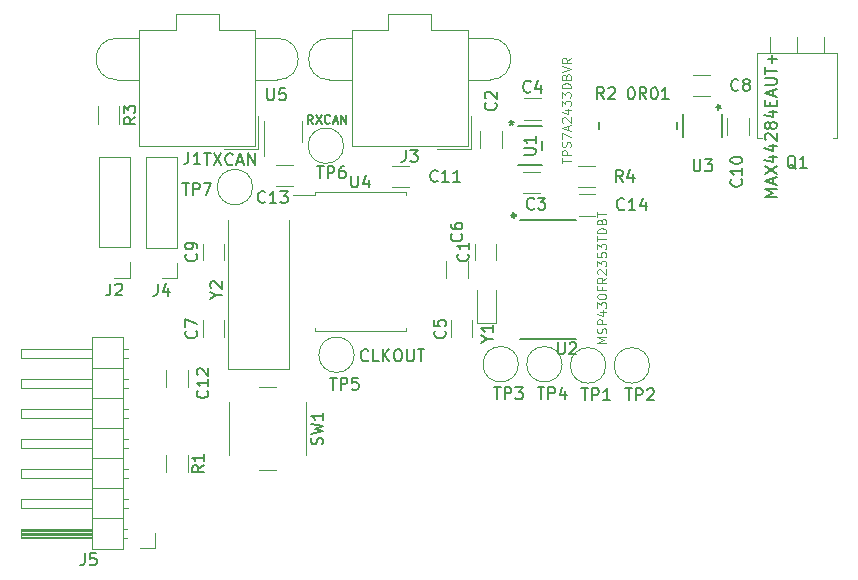
<source format=gbr>
%TF.GenerationSoftware,KiCad,Pcbnew,(5.1.9)-1*%
%TF.CreationDate,2021-05-20T13:00:32+02:00*%
%TF.ProjectId,PEE50-CurrentProtectionTemplate,50454535-302d-4437-9572-72656e745072,rev?*%
%TF.SameCoordinates,Original*%
%TF.FileFunction,Legend,Top*%
%TF.FilePolarity,Positive*%
%FSLAX46Y46*%
G04 Gerber Fmt 4.6, Leading zero omitted, Abs format (unit mm)*
G04 Created by KiCad (PCBNEW (5.1.9)-1) date 2021-05-20 13:00:32*
%MOMM*%
%LPD*%
G01*
G04 APERTURE LIST*
%ADD10C,0.120000*%
%ADD11C,0.320000*%
%ADD12C,0.152400*%
%ADD13C,0.150000*%
%ADD14C,0.100000*%
G04 APERTURE END LIST*
D10*
%TO.C,Q1*%
X72410000Y-19730000D02*
X72410000Y-18400000D01*
X74700000Y-19730000D02*
X74700000Y-18400000D01*
X76990000Y-19730000D02*
X76990000Y-18400000D01*
X71290000Y-26970000D02*
X71290000Y-19730000D01*
X78110000Y-26970000D02*
X78110000Y-19730000D01*
X71699000Y-26970000D02*
X71290000Y-26970000D01*
X78110000Y-26970000D02*
X77701000Y-26970000D01*
X78110000Y-19730000D02*
X71290000Y-19730000D01*
D11*
%TO.C,U2*%
X50841421Y-33500000D02*
G75*
G03*
X50841421Y-33500000I-141421J0D01*
G01*
D12*
X55974900Y-33870800D02*
X51225100Y-33870800D01*
X51225100Y-43929200D02*
X55974900Y-43929200D01*
D10*
%TO.C,R4*%
X56172936Y-31110000D02*
X57627064Y-31110000D01*
X56172936Y-29290000D02*
X57627064Y-29290000D01*
%TO.C,C14*%
X56188748Y-31690000D02*
X57611252Y-31690000D01*
X56188748Y-33510000D02*
X57611252Y-33510000D01*
%TO.C,Y2*%
X26550000Y-33900000D02*
X26550000Y-46500000D01*
X26550000Y-46500000D02*
X31650000Y-46500000D01*
X31650000Y-46500000D02*
X31650000Y-33900000D01*
%TO.C,J3*%
X47050000Y-27900000D02*
X47050000Y-25050000D01*
X44200000Y-27900000D02*
X47050000Y-27900000D01*
X40090000Y-16440000D02*
X41900000Y-16440000D01*
X40090000Y-17840000D02*
X40090000Y-16440000D01*
X36990000Y-17840000D02*
X40090000Y-17840000D01*
X36990000Y-27660000D02*
X36990000Y-17840000D01*
X41900000Y-27660000D02*
X36990000Y-27660000D01*
X43710000Y-16440000D02*
X41900000Y-16440000D01*
X43710000Y-17840000D02*
X43710000Y-16440000D01*
X46810000Y-17840000D02*
X43710000Y-17840000D01*
X46810000Y-27660000D02*
X46810000Y-17840000D01*
X41900000Y-27660000D02*
X46810000Y-27660000D01*
X35100000Y-18500000D02*
X36990000Y-18500000D01*
X35100000Y-22020000D02*
X36990000Y-22020000D01*
X48700000Y-18500000D02*
X46810000Y-18500000D01*
X48700000Y-22020000D02*
X46810000Y-22020000D01*
X35100000Y-18500000D02*
G75*
G03*
X35100000Y-22020000I0J-1760000D01*
G01*
X48700000Y-22020000D02*
G75*
G03*
X48700000Y-18500000I0J1760000D01*
G01*
%TO.C,J5*%
X20370000Y-61670000D02*
X19100000Y-61670000D01*
X20370000Y-60400000D02*
X20370000Y-61670000D01*
X18057071Y-44780000D02*
X17660000Y-44780000D01*
X18057071Y-45540000D02*
X17660000Y-45540000D01*
X9000000Y-44780000D02*
X15000000Y-44780000D01*
X9000000Y-45540000D02*
X9000000Y-44780000D01*
X15000000Y-45540000D02*
X9000000Y-45540000D01*
X17660000Y-46430000D02*
X15000000Y-46430000D01*
X18057071Y-47320000D02*
X17660000Y-47320000D01*
X18057071Y-48080000D02*
X17660000Y-48080000D01*
X9000000Y-47320000D02*
X15000000Y-47320000D01*
X9000000Y-48080000D02*
X9000000Y-47320000D01*
X15000000Y-48080000D02*
X9000000Y-48080000D01*
X17660000Y-48970000D02*
X15000000Y-48970000D01*
X18057071Y-49860000D02*
X17660000Y-49860000D01*
X18057071Y-50620000D02*
X17660000Y-50620000D01*
X9000000Y-49860000D02*
X15000000Y-49860000D01*
X9000000Y-50620000D02*
X9000000Y-49860000D01*
X15000000Y-50620000D02*
X9000000Y-50620000D01*
X17660000Y-51510000D02*
X15000000Y-51510000D01*
X18057071Y-52400000D02*
X17660000Y-52400000D01*
X18057071Y-53160000D02*
X17660000Y-53160000D01*
X9000000Y-52400000D02*
X15000000Y-52400000D01*
X9000000Y-53160000D02*
X9000000Y-52400000D01*
X15000000Y-53160000D02*
X9000000Y-53160000D01*
X17660000Y-54050000D02*
X15000000Y-54050000D01*
X18057071Y-54940000D02*
X17660000Y-54940000D01*
X18057071Y-55700000D02*
X17660000Y-55700000D01*
X9000000Y-54940000D02*
X15000000Y-54940000D01*
X9000000Y-55700000D02*
X9000000Y-54940000D01*
X15000000Y-55700000D02*
X9000000Y-55700000D01*
X17660000Y-56590000D02*
X15000000Y-56590000D01*
X18057071Y-57480000D02*
X17660000Y-57480000D01*
X18057071Y-58240000D02*
X17660000Y-58240000D01*
X9000000Y-57480000D02*
X15000000Y-57480000D01*
X9000000Y-58240000D02*
X9000000Y-57480000D01*
X15000000Y-58240000D02*
X9000000Y-58240000D01*
X17660000Y-59130000D02*
X15000000Y-59130000D01*
X17990000Y-60020000D02*
X17660000Y-60020000D01*
X17990000Y-60780000D02*
X17660000Y-60780000D01*
X15000000Y-60120000D02*
X9000000Y-60120000D01*
X15000000Y-60240000D02*
X9000000Y-60240000D01*
X15000000Y-60360000D02*
X9000000Y-60360000D01*
X15000000Y-60480000D02*
X9000000Y-60480000D01*
X15000000Y-60600000D02*
X9000000Y-60600000D01*
X15000000Y-60720000D02*
X9000000Y-60720000D01*
X9000000Y-60020000D02*
X15000000Y-60020000D01*
X9000000Y-60780000D02*
X9000000Y-60020000D01*
X15000000Y-60780000D02*
X9000000Y-60780000D01*
X15000000Y-61730000D02*
X17660000Y-61730000D01*
X15000000Y-43830000D02*
X15000000Y-61730000D01*
X17660000Y-43830000D02*
X15000000Y-43830000D01*
X17660000Y-61730000D02*
X17660000Y-43830000D01*
%TO.C,J4*%
X22230000Y-38830000D02*
X20900000Y-38830000D01*
X22230000Y-37500000D02*
X22230000Y-38830000D01*
X22230000Y-36230000D02*
X19570000Y-36230000D01*
X19570000Y-36230000D02*
X19570000Y-28550000D01*
X22230000Y-36230000D02*
X22230000Y-28550000D01*
X22230000Y-28550000D02*
X19570000Y-28550000D01*
D12*
%TO.C,R2*%
X57885300Y-25623140D02*
X57885300Y-26176860D01*
X64514700Y-26176860D02*
X64514700Y-25623140D01*
D10*
%TO.C,Y1*%
X47600000Y-39800000D02*
X47600000Y-42650000D01*
X47600000Y-42650000D02*
X49200000Y-42650000D01*
X49200000Y-42650000D02*
X49200000Y-39800000D01*
%TO.C,U5*%
X29590000Y-25500000D02*
X29590000Y-28450000D01*
X32810000Y-27300000D02*
X32810000Y-25500000D01*
%TO.C,U4*%
X33840000Y-31760000D02*
X32025000Y-31760000D01*
X33840000Y-31515000D02*
X33840000Y-31760000D01*
X37700000Y-31515000D02*
X33840000Y-31515000D01*
X41560000Y-31515000D02*
X41560000Y-31760000D01*
X37700000Y-31515000D02*
X41560000Y-31515000D01*
X33840000Y-43285000D02*
X33840000Y-43040000D01*
X37700000Y-43285000D02*
X33840000Y-43285000D01*
X41560000Y-43285000D02*
X41560000Y-43040000D01*
X37700000Y-43285000D02*
X41560000Y-43285000D01*
D12*
%TO.C,U3*%
X65074400Y-24896700D02*
X65074400Y-26903300D01*
X68325600Y-26903300D02*
X68325600Y-24896700D01*
%TO.C,U1*%
X53103300Y-25949000D02*
X51096700Y-25949000D01*
X53103300Y-27988620D02*
X53103300Y-27211380D01*
X51096700Y-29251000D02*
X53103300Y-29251000D01*
D10*
%TO.C,TP7*%
X28600000Y-31100000D02*
G75*
G03*
X28600000Y-31100000I-1500000J0D01*
G01*
%TO.C,TP6*%
X36300000Y-27600000D02*
G75*
G03*
X36300000Y-27600000I-1500000J0D01*
G01*
%TO.C,TP4*%
X54800000Y-46100000D02*
G75*
G03*
X54800000Y-46100000I-1500000J0D01*
G01*
%TO.C,TP3*%
X51100000Y-46100000D02*
G75*
G03*
X51100000Y-46100000I-1500000J0D01*
G01*
%TO.C,TP2*%
X62200000Y-46200000D02*
G75*
G03*
X62200000Y-46200000I-1500000J0D01*
G01*
%TO.C,TP1*%
X58500000Y-46200000D02*
G75*
G03*
X58500000Y-46200000I-1500000J0D01*
G01*
%TO.C,TP5*%
X37200000Y-45300000D02*
G75*
G03*
X37200000Y-45300000I-1500000J0D01*
G01*
%TO.C,SW1*%
X26600000Y-49300000D02*
X26600000Y-53800000D01*
X30600000Y-48050000D02*
X29100000Y-48050000D01*
X33100000Y-53800000D02*
X33100000Y-49300000D01*
X29100000Y-55050000D02*
X30600000Y-55050000D01*
%TO.C,R3*%
X15490000Y-24272936D02*
X15490000Y-25727064D01*
X17310000Y-24272936D02*
X17310000Y-25727064D01*
%TO.C,R1*%
X21290000Y-53772936D02*
X21290000Y-55227064D01*
X23110000Y-53772936D02*
X23110000Y-55227064D01*
%TO.C,J2*%
X18215000Y-38813000D02*
X16885000Y-38813000D01*
X18215000Y-37483000D02*
X18215000Y-38813000D01*
X18215000Y-36213000D02*
X15555000Y-36213000D01*
X15555000Y-36213000D02*
X15555000Y-28533000D01*
X18215000Y-36213000D02*
X18215000Y-28533000D01*
X18215000Y-28533000D02*
X15555000Y-28533000D01*
%TO.C,J1*%
X29050000Y-27900000D02*
X29050000Y-25050000D01*
X26200000Y-27900000D02*
X29050000Y-27900000D01*
X22090000Y-16440000D02*
X23900000Y-16440000D01*
X22090000Y-17840000D02*
X22090000Y-16440000D01*
X18990000Y-17840000D02*
X22090000Y-17840000D01*
X18990000Y-27660000D02*
X18990000Y-17840000D01*
X23900000Y-27660000D02*
X18990000Y-27660000D01*
X25710000Y-16440000D02*
X23900000Y-16440000D01*
X25710000Y-17840000D02*
X25710000Y-16440000D01*
X28810000Y-17840000D02*
X25710000Y-17840000D01*
X28810000Y-27660000D02*
X28810000Y-17840000D01*
X23900000Y-27660000D02*
X28810000Y-27660000D01*
X17100000Y-18500000D02*
X18990000Y-18500000D01*
X17100000Y-22020000D02*
X18990000Y-22020000D01*
X30700000Y-18500000D02*
X28810000Y-18500000D01*
X30700000Y-22020000D02*
X28810000Y-22020000D01*
X17100000Y-18500000D02*
G75*
G03*
X17100000Y-22020000I0J-1760000D01*
G01*
X30700000Y-22020000D02*
G75*
G03*
X30700000Y-18500000I0J1760000D01*
G01*
%TO.C,C13*%
X32011252Y-29190000D02*
X30588748Y-29190000D01*
X32011252Y-31010000D02*
X30588748Y-31010000D01*
%TO.C,C12*%
X21290000Y-46588748D02*
X21290000Y-48011252D01*
X23110000Y-46588748D02*
X23110000Y-48011252D01*
%TO.C,C11*%
X40388748Y-31110000D02*
X41811252Y-31110000D01*
X40388748Y-29290000D02*
X41811252Y-29290000D01*
%TO.C,C9*%
X26210000Y-37311252D02*
X26210000Y-35888748D01*
X24390000Y-37311252D02*
X24390000Y-35888748D01*
%TO.C,C10*%
X70610000Y-26711252D02*
X70610000Y-25288748D01*
X68790000Y-26711252D02*
X68790000Y-25288748D01*
%TO.C,C7*%
X26210000Y-43811252D02*
X26210000Y-42388748D01*
X24390000Y-43811252D02*
X24390000Y-42388748D01*
%TO.C,C8*%
X67311252Y-21590000D02*
X65888748Y-21590000D01*
X67311252Y-23410000D02*
X65888748Y-23410000D01*
%TO.C,C6*%
X46810000Y-38811252D02*
X46810000Y-37388748D01*
X44990000Y-38811252D02*
X44990000Y-37388748D01*
%TO.C,C5*%
X45390000Y-42388748D02*
X45390000Y-43811252D01*
X47210000Y-42388748D02*
X47210000Y-43811252D01*
%TO.C,C4*%
X51588748Y-25410000D02*
X53011252Y-25410000D01*
X51588748Y-23590000D02*
X53011252Y-23590000D01*
%TO.C,C3*%
X52911252Y-29790000D02*
X51488748Y-29790000D01*
X52911252Y-31610000D02*
X51488748Y-31610000D01*
%TO.C,C1*%
X49210000Y-37311252D02*
X49210000Y-35888748D01*
X47390000Y-37311252D02*
X47390000Y-35888748D01*
%TO.C,C2*%
X49710000Y-27811252D02*
X49710000Y-26388748D01*
X47890000Y-27811252D02*
X47890000Y-26388748D01*
%TO.C,Q1*%
D13*
X74604761Y-29550952D02*
X74509523Y-29503333D01*
X74414285Y-29408094D01*
X74271428Y-29265237D01*
X74176190Y-29217618D01*
X74080952Y-29217618D01*
X74128571Y-29455713D02*
X74033333Y-29408094D01*
X73938095Y-29312856D01*
X73890476Y-29122380D01*
X73890476Y-28789047D01*
X73938095Y-28598571D01*
X74033333Y-28503333D01*
X74128571Y-28455713D01*
X74319047Y-28455713D01*
X74414285Y-28503333D01*
X74509523Y-28598571D01*
X74557142Y-28789047D01*
X74557142Y-29122380D01*
X74509523Y-29312856D01*
X74414285Y-29408094D01*
X74319047Y-29455713D01*
X74128571Y-29455713D01*
X75509523Y-29455713D02*
X74938095Y-29455713D01*
X75223809Y-29455713D02*
X75223809Y-28455713D01*
X75128571Y-28598571D01*
X75033333Y-28693809D01*
X74938095Y-28741428D01*
%TO.C,U2*%
X54438095Y-44252380D02*
X54438095Y-45061904D01*
X54485714Y-45157142D01*
X54533333Y-45204761D01*
X54628571Y-45252380D01*
X54819047Y-45252380D01*
X54914285Y-45204761D01*
X54961904Y-45157142D01*
X55009523Y-45061904D01*
X55009523Y-44252380D01*
X55438095Y-44347619D02*
X55485714Y-44300000D01*
X55580952Y-44252380D01*
X55819047Y-44252380D01*
X55914285Y-44300000D01*
X55961904Y-44347619D01*
X56009523Y-44442857D01*
X56009523Y-44538095D01*
X55961904Y-44680952D01*
X55390476Y-45252380D01*
X56009523Y-45252380D01*
D14*
X58539285Y-44300000D02*
X57789285Y-44300000D01*
X58325000Y-44050000D01*
X57789285Y-43800000D01*
X58539285Y-43800000D01*
X58503571Y-43478571D02*
X58539285Y-43371428D01*
X58539285Y-43192857D01*
X58503571Y-43121428D01*
X58467857Y-43085714D01*
X58396428Y-43050000D01*
X58325000Y-43050000D01*
X58253571Y-43085714D01*
X58217857Y-43121428D01*
X58182142Y-43192857D01*
X58146428Y-43335714D01*
X58110714Y-43407142D01*
X58075000Y-43442857D01*
X58003571Y-43478571D01*
X57932142Y-43478571D01*
X57860714Y-43442857D01*
X57825000Y-43407142D01*
X57789285Y-43335714D01*
X57789285Y-43157142D01*
X57825000Y-43050000D01*
X58539285Y-42728571D02*
X57789285Y-42728571D01*
X57789285Y-42442857D01*
X57825000Y-42371428D01*
X57860714Y-42335714D01*
X57932142Y-42300000D01*
X58039285Y-42300000D01*
X58110714Y-42335714D01*
X58146428Y-42371428D01*
X58182142Y-42442857D01*
X58182142Y-42728571D01*
X58039285Y-41657142D02*
X58539285Y-41657142D01*
X57753571Y-41835714D02*
X58289285Y-42014285D01*
X58289285Y-41550000D01*
X57789285Y-41335714D02*
X57789285Y-40871428D01*
X58075000Y-41121428D01*
X58075000Y-41014285D01*
X58110714Y-40942857D01*
X58146428Y-40907142D01*
X58217857Y-40871428D01*
X58396428Y-40871428D01*
X58467857Y-40907142D01*
X58503571Y-40942857D01*
X58539285Y-41014285D01*
X58539285Y-41228571D01*
X58503571Y-41300000D01*
X58467857Y-41335714D01*
X57789285Y-40407142D02*
X57789285Y-40335714D01*
X57825000Y-40264285D01*
X57860714Y-40228571D01*
X57932142Y-40192857D01*
X58075000Y-40157142D01*
X58253571Y-40157142D01*
X58396428Y-40192857D01*
X58467857Y-40228571D01*
X58503571Y-40264285D01*
X58539285Y-40335714D01*
X58539285Y-40407142D01*
X58503571Y-40478571D01*
X58467857Y-40514285D01*
X58396428Y-40550000D01*
X58253571Y-40585714D01*
X58075000Y-40585714D01*
X57932142Y-40550000D01*
X57860714Y-40514285D01*
X57825000Y-40478571D01*
X57789285Y-40407142D01*
X58146428Y-39585714D02*
X58146428Y-39835714D01*
X58539285Y-39835714D02*
X57789285Y-39835714D01*
X57789285Y-39478571D01*
X58539285Y-38764285D02*
X58182142Y-39014285D01*
X58539285Y-39192857D02*
X57789285Y-39192857D01*
X57789285Y-38907142D01*
X57825000Y-38835714D01*
X57860714Y-38800000D01*
X57932142Y-38764285D01*
X58039285Y-38764285D01*
X58110714Y-38800000D01*
X58146428Y-38835714D01*
X58182142Y-38907142D01*
X58182142Y-39192857D01*
X57860714Y-38478571D02*
X57825000Y-38442857D01*
X57789285Y-38371428D01*
X57789285Y-38192857D01*
X57825000Y-38121428D01*
X57860714Y-38085714D01*
X57932142Y-38050000D01*
X58003571Y-38050000D01*
X58110714Y-38085714D01*
X58539285Y-38514285D01*
X58539285Y-38050000D01*
X57789285Y-37800000D02*
X57789285Y-37335714D01*
X58075000Y-37585714D01*
X58075000Y-37478571D01*
X58110714Y-37407142D01*
X58146428Y-37371428D01*
X58217857Y-37335714D01*
X58396428Y-37335714D01*
X58467857Y-37371428D01*
X58503571Y-37407142D01*
X58539285Y-37478571D01*
X58539285Y-37692857D01*
X58503571Y-37764285D01*
X58467857Y-37800000D01*
X57789285Y-36657142D02*
X57789285Y-37014285D01*
X58146428Y-37050000D01*
X58110714Y-37014285D01*
X58075000Y-36942857D01*
X58075000Y-36764285D01*
X58110714Y-36692857D01*
X58146428Y-36657142D01*
X58217857Y-36621428D01*
X58396428Y-36621428D01*
X58467857Y-36657142D01*
X58503571Y-36692857D01*
X58539285Y-36764285D01*
X58539285Y-36942857D01*
X58503571Y-37014285D01*
X58467857Y-37050000D01*
X57789285Y-36371428D02*
X57789285Y-35907142D01*
X58075000Y-36157142D01*
X58075000Y-36050000D01*
X58110714Y-35978571D01*
X58146428Y-35942857D01*
X58217857Y-35907142D01*
X58396428Y-35907142D01*
X58467857Y-35942857D01*
X58503571Y-35978571D01*
X58539285Y-36050000D01*
X58539285Y-36264285D01*
X58503571Y-36335714D01*
X58467857Y-36371428D01*
X57789285Y-35692857D02*
X57789285Y-35264285D01*
X58539285Y-35478571D02*
X57789285Y-35478571D01*
X58539285Y-35014285D02*
X57789285Y-35014285D01*
X57789285Y-34835714D01*
X57825000Y-34728571D01*
X57896428Y-34657142D01*
X57967857Y-34621428D01*
X58110714Y-34585714D01*
X58217857Y-34585714D01*
X58360714Y-34621428D01*
X58432142Y-34657142D01*
X58503571Y-34728571D01*
X58539285Y-34835714D01*
X58539285Y-35014285D01*
X58146428Y-34014285D02*
X58182142Y-33907142D01*
X58217857Y-33871428D01*
X58289285Y-33835714D01*
X58396428Y-33835714D01*
X58467857Y-33871428D01*
X58503571Y-33907142D01*
X58539285Y-33978571D01*
X58539285Y-34264285D01*
X57789285Y-34264285D01*
X57789285Y-34014285D01*
X57825000Y-33942857D01*
X57860714Y-33907142D01*
X57932142Y-33871428D01*
X58003571Y-33871428D01*
X58075000Y-33907142D01*
X58110714Y-33942857D01*
X58146428Y-34014285D01*
X58146428Y-34264285D01*
X57789285Y-33621428D02*
X57789285Y-33192857D01*
X58539285Y-33407142D02*
X57789285Y-33407142D01*
%TO.C,R4*%
D13*
X59933333Y-30652380D02*
X59600000Y-30176190D01*
X59361904Y-30652380D02*
X59361904Y-29652380D01*
X59742857Y-29652380D01*
X59838095Y-29700000D01*
X59885714Y-29747619D01*
X59933333Y-29842857D01*
X59933333Y-29985714D01*
X59885714Y-30080952D01*
X59838095Y-30128571D01*
X59742857Y-30176190D01*
X59361904Y-30176190D01*
X60790476Y-29985714D02*
X60790476Y-30652380D01*
X60552380Y-29604761D02*
X60314285Y-30319047D01*
X60933333Y-30319047D01*
%TO.C,C14*%
X60057142Y-32957142D02*
X60009523Y-33004761D01*
X59866666Y-33052380D01*
X59771428Y-33052380D01*
X59628571Y-33004761D01*
X59533333Y-32909523D01*
X59485714Y-32814285D01*
X59438095Y-32623809D01*
X59438095Y-32480952D01*
X59485714Y-32290476D01*
X59533333Y-32195238D01*
X59628571Y-32100000D01*
X59771428Y-32052380D01*
X59866666Y-32052380D01*
X60009523Y-32100000D01*
X60057142Y-32147619D01*
X61009523Y-33052380D02*
X60438095Y-33052380D01*
X60723809Y-33052380D02*
X60723809Y-32052380D01*
X60628571Y-32195238D01*
X60533333Y-32290476D01*
X60438095Y-32338095D01*
X61866666Y-32385714D02*
X61866666Y-33052380D01*
X61628571Y-32004761D02*
X61390476Y-32719047D01*
X62009523Y-32719047D01*
%TO.C,Y2*%
X25526190Y-40276190D02*
X26002380Y-40276190D01*
X25002380Y-40609523D02*
X25526190Y-40276190D01*
X25002380Y-39942857D01*
X25097619Y-39657142D02*
X25050000Y-39609523D01*
X25002380Y-39514285D01*
X25002380Y-39276190D01*
X25050000Y-39180952D01*
X25097619Y-39133333D01*
X25192857Y-39085714D01*
X25288095Y-39085714D01*
X25430952Y-39133333D01*
X26002380Y-39704761D01*
X26002380Y-39085714D01*
%TO.C,J3*%
X41566666Y-27952380D02*
X41566666Y-28666666D01*
X41519047Y-28809523D01*
X41423809Y-28904761D01*
X41280952Y-28952380D01*
X41185714Y-28952380D01*
X41947619Y-27952380D02*
X42566666Y-27952380D01*
X42233333Y-28333333D01*
X42376190Y-28333333D01*
X42471428Y-28380952D01*
X42519047Y-28428571D01*
X42566666Y-28523809D01*
X42566666Y-28761904D01*
X42519047Y-28857142D01*
X42471428Y-28904761D01*
X42376190Y-28952380D01*
X42090476Y-28952380D01*
X41995238Y-28904761D01*
X41947619Y-28857142D01*
%TO.C,J5*%
X14381666Y-62122380D02*
X14381666Y-62836666D01*
X14334047Y-62979523D01*
X14238809Y-63074761D01*
X14095952Y-63122380D01*
X14000714Y-63122380D01*
X15334047Y-62122380D02*
X14857857Y-62122380D01*
X14810238Y-62598571D01*
X14857857Y-62550952D01*
X14953095Y-62503333D01*
X15191190Y-62503333D01*
X15286428Y-62550952D01*
X15334047Y-62598571D01*
X15381666Y-62693809D01*
X15381666Y-62931904D01*
X15334047Y-63027142D01*
X15286428Y-63074761D01*
X15191190Y-63122380D01*
X14953095Y-63122380D01*
X14857857Y-63074761D01*
X14810238Y-63027142D01*
%TO.C,J4*%
X20566666Y-39282380D02*
X20566666Y-39996666D01*
X20519047Y-40139523D01*
X20423809Y-40234761D01*
X20280952Y-40282380D01*
X20185714Y-40282380D01*
X21471428Y-39615714D02*
X21471428Y-40282380D01*
X21233333Y-39234761D02*
X20995238Y-39949047D01*
X21614285Y-39949047D01*
%TO.C,R2*%
X58333333Y-23652380D02*
X58000000Y-23176190D01*
X57761904Y-23652380D02*
X57761904Y-22652380D01*
X58142857Y-22652380D01*
X58238095Y-22700000D01*
X58285714Y-22747619D01*
X58333333Y-22842857D01*
X58333333Y-22985714D01*
X58285714Y-23080952D01*
X58238095Y-23128571D01*
X58142857Y-23176190D01*
X57761904Y-23176190D01*
X58714285Y-22747619D02*
X58761904Y-22700000D01*
X58857142Y-22652380D01*
X59095238Y-22652380D01*
X59190476Y-22700000D01*
X59238095Y-22747619D01*
X59285714Y-22842857D01*
X59285714Y-22938095D01*
X59238095Y-23080952D01*
X58666666Y-23652380D01*
X59285714Y-23652380D01*
X60600000Y-22652380D02*
X60695238Y-22652380D01*
X60790476Y-22700000D01*
X60838095Y-22747619D01*
X60885714Y-22842857D01*
X60933333Y-23033333D01*
X60933333Y-23271428D01*
X60885714Y-23461904D01*
X60838095Y-23557142D01*
X60790476Y-23604761D01*
X60695238Y-23652380D01*
X60600000Y-23652380D01*
X60504761Y-23604761D01*
X60457142Y-23557142D01*
X60409523Y-23461904D01*
X60361904Y-23271428D01*
X60361904Y-23033333D01*
X60409523Y-22842857D01*
X60457142Y-22747619D01*
X60504761Y-22700000D01*
X60600000Y-22652380D01*
X61933333Y-23652380D02*
X61600000Y-23176190D01*
X61361904Y-23652380D02*
X61361904Y-22652380D01*
X61742857Y-22652380D01*
X61838095Y-22700000D01*
X61885714Y-22747619D01*
X61933333Y-22842857D01*
X61933333Y-22985714D01*
X61885714Y-23080952D01*
X61838095Y-23128571D01*
X61742857Y-23176190D01*
X61361904Y-23176190D01*
X62552380Y-22652380D02*
X62647619Y-22652380D01*
X62742857Y-22700000D01*
X62790476Y-22747619D01*
X62838095Y-22842857D01*
X62885714Y-23033333D01*
X62885714Y-23271428D01*
X62838095Y-23461904D01*
X62790476Y-23557142D01*
X62742857Y-23604761D01*
X62647619Y-23652380D01*
X62552380Y-23652380D01*
X62457142Y-23604761D01*
X62409523Y-23557142D01*
X62361904Y-23461904D01*
X62314285Y-23271428D01*
X62314285Y-23033333D01*
X62361904Y-22842857D01*
X62409523Y-22747619D01*
X62457142Y-22700000D01*
X62552380Y-22652380D01*
X63838095Y-23652380D02*
X63266666Y-23652380D01*
X63552380Y-23652380D02*
X63552380Y-22652380D01*
X63457142Y-22795238D01*
X63361904Y-22890476D01*
X63266666Y-22938095D01*
%TO.C,Y1*%
X48476190Y-43976190D02*
X48952380Y-43976190D01*
X47952380Y-44309523D02*
X48476190Y-43976190D01*
X47952380Y-43642857D01*
X48952380Y-42785714D02*
X48952380Y-43357142D01*
X48952380Y-43071428D02*
X47952380Y-43071428D01*
X48095238Y-43166666D01*
X48190476Y-43261904D01*
X48238095Y-43357142D01*
%TO.C,U5*%
X29838095Y-22752380D02*
X29838095Y-23561904D01*
X29885714Y-23657142D01*
X29933333Y-23704761D01*
X30028571Y-23752380D01*
X30219047Y-23752380D01*
X30314285Y-23704761D01*
X30361904Y-23657142D01*
X30409523Y-23561904D01*
X30409523Y-22752380D01*
X31361904Y-22752380D02*
X30885714Y-22752380D01*
X30838095Y-23228571D01*
X30885714Y-23180952D01*
X30980952Y-23133333D01*
X31219047Y-23133333D01*
X31314285Y-23180952D01*
X31361904Y-23228571D01*
X31409523Y-23323809D01*
X31409523Y-23561904D01*
X31361904Y-23657142D01*
X31314285Y-23704761D01*
X31219047Y-23752380D01*
X30980952Y-23752380D01*
X30885714Y-23704761D01*
X30838095Y-23657142D01*
%TO.C,U4*%
X36938095Y-30132380D02*
X36938095Y-30941904D01*
X36985714Y-31037142D01*
X37033333Y-31084761D01*
X37128571Y-31132380D01*
X37319047Y-31132380D01*
X37414285Y-31084761D01*
X37461904Y-31037142D01*
X37509523Y-30941904D01*
X37509523Y-30132380D01*
X38414285Y-30465714D02*
X38414285Y-31132380D01*
X38176190Y-30084761D02*
X37938095Y-30799047D01*
X38557142Y-30799047D01*
%TO.C,U3*%
X65938095Y-28752380D02*
X65938095Y-29561904D01*
X65985714Y-29657142D01*
X66033333Y-29704761D01*
X66128571Y-29752380D01*
X66319047Y-29752380D01*
X66414285Y-29704761D01*
X66461904Y-29657142D01*
X66509523Y-29561904D01*
X66509523Y-28752380D01*
X66890476Y-28752380D02*
X67509523Y-28752380D01*
X67176190Y-29133333D01*
X67319047Y-29133333D01*
X67414285Y-29180952D01*
X67461904Y-29228571D01*
X67509523Y-29323809D01*
X67509523Y-29561904D01*
X67461904Y-29657142D01*
X67414285Y-29704761D01*
X67319047Y-29752380D01*
X67033333Y-29752380D01*
X66938095Y-29704761D01*
X66890476Y-29657142D01*
X72952380Y-31923809D02*
X71952380Y-31923809D01*
X72666666Y-31590476D01*
X71952380Y-31257142D01*
X72952380Y-31257142D01*
X72666666Y-30828571D02*
X72666666Y-30352380D01*
X72952380Y-30923809D02*
X71952380Y-30590476D01*
X72952380Y-30257142D01*
X71952380Y-30019047D02*
X72952380Y-29352380D01*
X71952380Y-29352380D02*
X72952380Y-30019047D01*
X72285714Y-28542857D02*
X72952380Y-28542857D01*
X71904761Y-28780952D02*
X72619047Y-29019047D01*
X72619047Y-28400000D01*
X72285714Y-27590476D02*
X72952380Y-27590476D01*
X71904761Y-27828571D02*
X72619047Y-28066666D01*
X72619047Y-27447619D01*
X72047619Y-27114285D02*
X72000000Y-27066666D01*
X71952380Y-26971428D01*
X71952380Y-26733333D01*
X72000000Y-26638095D01*
X72047619Y-26590476D01*
X72142857Y-26542857D01*
X72238095Y-26542857D01*
X72380952Y-26590476D01*
X72952380Y-27161904D01*
X72952380Y-26542857D01*
X72380952Y-25971428D02*
X72333333Y-26066666D01*
X72285714Y-26114285D01*
X72190476Y-26161904D01*
X72142857Y-26161904D01*
X72047619Y-26114285D01*
X72000000Y-26066666D01*
X71952380Y-25971428D01*
X71952380Y-25780952D01*
X72000000Y-25685714D01*
X72047619Y-25638095D01*
X72142857Y-25590476D01*
X72190476Y-25590476D01*
X72285714Y-25638095D01*
X72333333Y-25685714D01*
X72380952Y-25780952D01*
X72380952Y-25971428D01*
X72428571Y-26066666D01*
X72476190Y-26114285D01*
X72571428Y-26161904D01*
X72761904Y-26161904D01*
X72857142Y-26114285D01*
X72904761Y-26066666D01*
X72952380Y-25971428D01*
X72952380Y-25780952D01*
X72904761Y-25685714D01*
X72857142Y-25638095D01*
X72761904Y-25590476D01*
X72571428Y-25590476D01*
X72476190Y-25638095D01*
X72428571Y-25685714D01*
X72380952Y-25780952D01*
X72285714Y-24733333D02*
X72952380Y-24733333D01*
X71904761Y-24971428D02*
X72619047Y-25209523D01*
X72619047Y-24590476D01*
X72428571Y-24209523D02*
X72428571Y-23876190D01*
X72952380Y-23733333D02*
X72952380Y-24209523D01*
X71952380Y-24209523D01*
X71952380Y-23733333D01*
X72666666Y-23352380D02*
X72666666Y-22876190D01*
X72952380Y-23447619D02*
X71952380Y-23114285D01*
X72952380Y-22780952D01*
X71952380Y-22447619D02*
X72761904Y-22447619D01*
X72857142Y-22400000D01*
X72904761Y-22352380D01*
X72952380Y-22257142D01*
X72952380Y-22066666D01*
X72904761Y-21971428D01*
X72857142Y-21923809D01*
X72761904Y-21876190D01*
X71952380Y-21876190D01*
X71952380Y-21542857D02*
X71952380Y-20971428D01*
X72952380Y-21257142D02*
X71952380Y-21257142D01*
X72571428Y-20638095D02*
X72571428Y-19876190D01*
X72952380Y-20257142D02*
X72190476Y-20257142D01*
X67852380Y-24300000D02*
X68090476Y-24300000D01*
X67995238Y-24538095D02*
X68090476Y-24300000D01*
X67995238Y-24061904D01*
X68280952Y-24442857D02*
X68090476Y-24300000D01*
X68280952Y-24157142D01*
%TO.C,U1*%
X51552380Y-28361904D02*
X52361904Y-28361904D01*
X52457142Y-28314285D01*
X52504761Y-28266666D01*
X52552380Y-28171428D01*
X52552380Y-27980952D01*
X52504761Y-27885714D01*
X52457142Y-27838095D01*
X52361904Y-27790476D01*
X51552380Y-27790476D01*
X52552380Y-26790476D02*
X52552380Y-27361904D01*
X52552380Y-27076190D02*
X51552380Y-27076190D01*
X51695238Y-27171428D01*
X51790476Y-27266666D01*
X51838095Y-27361904D01*
D14*
X54789285Y-29100000D02*
X54789285Y-28671428D01*
X55539285Y-28885714D02*
X54789285Y-28885714D01*
X55539285Y-28421428D02*
X54789285Y-28421428D01*
X54789285Y-28135714D01*
X54825000Y-28064285D01*
X54860714Y-28028571D01*
X54932142Y-27992857D01*
X55039285Y-27992857D01*
X55110714Y-28028571D01*
X55146428Y-28064285D01*
X55182142Y-28135714D01*
X55182142Y-28421428D01*
X55503571Y-27707142D02*
X55539285Y-27600000D01*
X55539285Y-27421428D01*
X55503571Y-27350000D01*
X55467857Y-27314285D01*
X55396428Y-27278571D01*
X55325000Y-27278571D01*
X55253571Y-27314285D01*
X55217857Y-27350000D01*
X55182142Y-27421428D01*
X55146428Y-27564285D01*
X55110714Y-27635714D01*
X55075000Y-27671428D01*
X55003571Y-27707142D01*
X54932142Y-27707142D01*
X54860714Y-27671428D01*
X54825000Y-27635714D01*
X54789285Y-27564285D01*
X54789285Y-27385714D01*
X54825000Y-27278571D01*
X54789285Y-27028571D02*
X54789285Y-26528571D01*
X55539285Y-26850000D01*
X55325000Y-26278571D02*
X55325000Y-25921428D01*
X55539285Y-26350000D02*
X54789285Y-26100000D01*
X55539285Y-25850000D01*
X54860714Y-25635714D02*
X54825000Y-25600000D01*
X54789285Y-25528571D01*
X54789285Y-25350000D01*
X54825000Y-25278571D01*
X54860714Y-25242857D01*
X54932142Y-25207142D01*
X55003571Y-25207142D01*
X55110714Y-25242857D01*
X55539285Y-25671428D01*
X55539285Y-25207142D01*
X55039285Y-24564285D02*
X55539285Y-24564285D01*
X54753571Y-24742857D02*
X55289285Y-24921428D01*
X55289285Y-24457142D01*
X54789285Y-24242857D02*
X54789285Y-23778571D01*
X55075000Y-24028571D01*
X55075000Y-23921428D01*
X55110714Y-23850000D01*
X55146428Y-23814285D01*
X55217857Y-23778571D01*
X55396428Y-23778571D01*
X55467857Y-23814285D01*
X55503571Y-23850000D01*
X55539285Y-23921428D01*
X55539285Y-24135714D01*
X55503571Y-24207142D01*
X55467857Y-24242857D01*
X54789285Y-23528571D02*
X54789285Y-23064285D01*
X55075000Y-23314285D01*
X55075000Y-23207142D01*
X55110714Y-23135714D01*
X55146428Y-23100000D01*
X55217857Y-23064285D01*
X55396428Y-23064285D01*
X55467857Y-23100000D01*
X55503571Y-23135714D01*
X55539285Y-23207142D01*
X55539285Y-23421428D01*
X55503571Y-23492857D01*
X55467857Y-23528571D01*
X55539285Y-22742857D02*
X54789285Y-22742857D01*
X54789285Y-22564285D01*
X54825000Y-22457142D01*
X54896428Y-22385714D01*
X54967857Y-22350000D01*
X55110714Y-22314285D01*
X55217857Y-22314285D01*
X55360714Y-22350000D01*
X55432142Y-22385714D01*
X55503571Y-22457142D01*
X55539285Y-22564285D01*
X55539285Y-22742857D01*
X55146428Y-21742857D02*
X55182142Y-21635714D01*
X55217857Y-21600000D01*
X55289285Y-21564285D01*
X55396428Y-21564285D01*
X55467857Y-21600000D01*
X55503571Y-21635714D01*
X55539285Y-21707142D01*
X55539285Y-21992857D01*
X54789285Y-21992857D01*
X54789285Y-21742857D01*
X54825000Y-21671428D01*
X54860714Y-21635714D01*
X54932142Y-21600000D01*
X55003571Y-21600000D01*
X55075000Y-21635714D01*
X55110714Y-21671428D01*
X55146428Y-21742857D01*
X55146428Y-21992857D01*
X54789285Y-21350000D02*
X55539285Y-21100000D01*
X54789285Y-20850000D01*
X55539285Y-20171428D02*
X55182142Y-20421428D01*
X55539285Y-20600000D02*
X54789285Y-20600000D01*
X54789285Y-20314285D01*
X54825000Y-20242857D01*
X54860714Y-20207142D01*
X54932142Y-20171428D01*
X55039285Y-20171428D01*
X55110714Y-20207142D01*
X55146428Y-20242857D01*
X55182142Y-20314285D01*
X55182142Y-20600000D01*
D13*
X50500000Y-25452380D02*
X50500000Y-25690476D01*
X50261904Y-25595238D02*
X50500000Y-25690476D01*
X50738095Y-25595238D01*
X50357142Y-25880952D02*
X50500000Y-25690476D01*
X50642857Y-25880952D01*
%TO.C,TP7*%
X22638095Y-30752380D02*
X23209523Y-30752380D01*
X22923809Y-31752380D02*
X22923809Y-30752380D01*
X23542857Y-31752380D02*
X23542857Y-30752380D01*
X23923809Y-30752380D01*
X24019047Y-30800000D01*
X24066666Y-30847619D01*
X24114285Y-30942857D01*
X24114285Y-31085714D01*
X24066666Y-31180952D01*
X24019047Y-31228571D01*
X23923809Y-31276190D01*
X23542857Y-31276190D01*
X24447619Y-30752380D02*
X25114285Y-30752380D01*
X24685714Y-31752380D01*
X24485714Y-28252380D02*
X25057142Y-28252380D01*
X24771428Y-29252380D02*
X24771428Y-28252380D01*
X25295238Y-28252380D02*
X25961904Y-29252380D01*
X25961904Y-28252380D02*
X25295238Y-29252380D01*
X26914285Y-29157142D02*
X26866666Y-29204761D01*
X26723809Y-29252380D01*
X26628571Y-29252380D01*
X26485714Y-29204761D01*
X26390476Y-29109523D01*
X26342857Y-29014285D01*
X26295238Y-28823809D01*
X26295238Y-28680952D01*
X26342857Y-28490476D01*
X26390476Y-28395238D01*
X26485714Y-28300000D01*
X26628571Y-28252380D01*
X26723809Y-28252380D01*
X26866666Y-28300000D01*
X26914285Y-28347619D01*
X27295238Y-28966666D02*
X27771428Y-28966666D01*
X27200000Y-29252380D02*
X27533333Y-28252380D01*
X27866666Y-29252380D01*
X28200000Y-29252380D02*
X28200000Y-28252380D01*
X28771428Y-29252380D01*
X28771428Y-28252380D01*
%TO.C,TP6*%
X34038095Y-29352380D02*
X34609523Y-29352380D01*
X34323809Y-30352380D02*
X34323809Y-29352380D01*
X34942857Y-30352380D02*
X34942857Y-29352380D01*
X35323809Y-29352380D01*
X35419047Y-29400000D01*
X35466666Y-29447619D01*
X35514285Y-29542857D01*
X35514285Y-29685714D01*
X35466666Y-29780952D01*
X35419047Y-29828571D01*
X35323809Y-29876190D01*
X34942857Y-29876190D01*
X36371428Y-29352380D02*
X36180952Y-29352380D01*
X36085714Y-29400000D01*
X36038095Y-29447619D01*
X35942857Y-29590476D01*
X35895238Y-29780952D01*
X35895238Y-30161904D01*
X35942857Y-30257142D01*
X35990476Y-30304761D01*
X36085714Y-30352380D01*
X36276190Y-30352380D01*
X36371428Y-30304761D01*
X36419047Y-30257142D01*
X36466666Y-30161904D01*
X36466666Y-29923809D01*
X36419047Y-29828571D01*
X36371428Y-29780952D01*
X36276190Y-29733333D01*
X36085714Y-29733333D01*
X35990476Y-29780952D01*
X35942857Y-29828571D01*
X35895238Y-29923809D01*
X33685714Y-25739285D02*
X33435714Y-25382142D01*
X33257142Y-25739285D02*
X33257142Y-24989285D01*
X33542857Y-24989285D01*
X33614285Y-25025000D01*
X33650000Y-25060714D01*
X33685714Y-25132142D01*
X33685714Y-25239285D01*
X33650000Y-25310714D01*
X33614285Y-25346428D01*
X33542857Y-25382142D01*
X33257142Y-25382142D01*
X33935714Y-24989285D02*
X34435714Y-25739285D01*
X34435714Y-24989285D02*
X33935714Y-25739285D01*
X35150000Y-25667857D02*
X35114285Y-25703571D01*
X35007142Y-25739285D01*
X34935714Y-25739285D01*
X34828571Y-25703571D01*
X34757142Y-25632142D01*
X34721428Y-25560714D01*
X34685714Y-25417857D01*
X34685714Y-25310714D01*
X34721428Y-25167857D01*
X34757142Y-25096428D01*
X34828571Y-25025000D01*
X34935714Y-24989285D01*
X35007142Y-24989285D01*
X35114285Y-25025000D01*
X35150000Y-25060714D01*
X35435714Y-25525000D02*
X35792857Y-25525000D01*
X35364285Y-25739285D02*
X35614285Y-24989285D01*
X35864285Y-25739285D01*
X36114285Y-25739285D02*
X36114285Y-24989285D01*
X36542857Y-25739285D01*
X36542857Y-24989285D01*
%TO.C,TP4*%
X52738095Y-48052380D02*
X53309523Y-48052380D01*
X53023809Y-49052380D02*
X53023809Y-48052380D01*
X53642857Y-49052380D02*
X53642857Y-48052380D01*
X54023809Y-48052380D01*
X54119047Y-48100000D01*
X54166666Y-48147619D01*
X54214285Y-48242857D01*
X54214285Y-48385714D01*
X54166666Y-48480952D01*
X54119047Y-48528571D01*
X54023809Y-48576190D01*
X53642857Y-48576190D01*
X55071428Y-48385714D02*
X55071428Y-49052380D01*
X54833333Y-48004761D02*
X54595238Y-48719047D01*
X55214285Y-48719047D01*
%TO.C,TP3*%
X49038095Y-48052380D02*
X49609523Y-48052380D01*
X49323809Y-49052380D02*
X49323809Y-48052380D01*
X49942857Y-49052380D02*
X49942857Y-48052380D01*
X50323809Y-48052380D01*
X50419047Y-48100000D01*
X50466666Y-48147619D01*
X50514285Y-48242857D01*
X50514285Y-48385714D01*
X50466666Y-48480952D01*
X50419047Y-48528571D01*
X50323809Y-48576190D01*
X49942857Y-48576190D01*
X50847619Y-48052380D02*
X51466666Y-48052380D01*
X51133333Y-48433333D01*
X51276190Y-48433333D01*
X51371428Y-48480952D01*
X51419047Y-48528571D01*
X51466666Y-48623809D01*
X51466666Y-48861904D01*
X51419047Y-48957142D01*
X51371428Y-49004761D01*
X51276190Y-49052380D01*
X50990476Y-49052380D01*
X50895238Y-49004761D01*
X50847619Y-48957142D01*
%TO.C,TP2*%
X60138095Y-48152380D02*
X60709523Y-48152380D01*
X60423809Y-49152380D02*
X60423809Y-48152380D01*
X61042857Y-49152380D02*
X61042857Y-48152380D01*
X61423809Y-48152380D01*
X61519047Y-48200000D01*
X61566666Y-48247619D01*
X61614285Y-48342857D01*
X61614285Y-48485714D01*
X61566666Y-48580952D01*
X61519047Y-48628571D01*
X61423809Y-48676190D01*
X61042857Y-48676190D01*
X61995238Y-48247619D02*
X62042857Y-48200000D01*
X62138095Y-48152380D01*
X62376190Y-48152380D01*
X62471428Y-48200000D01*
X62519047Y-48247619D01*
X62566666Y-48342857D01*
X62566666Y-48438095D01*
X62519047Y-48580952D01*
X61947619Y-49152380D01*
X62566666Y-49152380D01*
%TO.C,TP1*%
X56438095Y-48152380D02*
X57009523Y-48152380D01*
X56723809Y-49152380D02*
X56723809Y-48152380D01*
X57342857Y-49152380D02*
X57342857Y-48152380D01*
X57723809Y-48152380D01*
X57819047Y-48200000D01*
X57866666Y-48247619D01*
X57914285Y-48342857D01*
X57914285Y-48485714D01*
X57866666Y-48580952D01*
X57819047Y-48628571D01*
X57723809Y-48676190D01*
X57342857Y-48676190D01*
X58866666Y-49152380D02*
X58295238Y-49152380D01*
X58580952Y-49152380D02*
X58580952Y-48152380D01*
X58485714Y-48295238D01*
X58390476Y-48390476D01*
X58295238Y-48438095D01*
%TO.C,TP5*%
X35138095Y-47252380D02*
X35709523Y-47252380D01*
X35423809Y-48252380D02*
X35423809Y-47252380D01*
X36042857Y-48252380D02*
X36042857Y-47252380D01*
X36423809Y-47252380D01*
X36519047Y-47300000D01*
X36566666Y-47347619D01*
X36614285Y-47442857D01*
X36614285Y-47585714D01*
X36566666Y-47680952D01*
X36519047Y-47728571D01*
X36423809Y-47776190D01*
X36042857Y-47776190D01*
X37519047Y-47252380D02*
X37042857Y-47252380D01*
X36995238Y-47728571D01*
X37042857Y-47680952D01*
X37138095Y-47633333D01*
X37376190Y-47633333D01*
X37471428Y-47680952D01*
X37519047Y-47728571D01*
X37566666Y-47823809D01*
X37566666Y-48061904D01*
X37519047Y-48157142D01*
X37471428Y-48204761D01*
X37376190Y-48252380D01*
X37138095Y-48252380D01*
X37042857Y-48204761D01*
X36995238Y-48157142D01*
X38376190Y-45757142D02*
X38328571Y-45804761D01*
X38185714Y-45852380D01*
X38090476Y-45852380D01*
X37947619Y-45804761D01*
X37852380Y-45709523D01*
X37804761Y-45614285D01*
X37757142Y-45423809D01*
X37757142Y-45280952D01*
X37804761Y-45090476D01*
X37852380Y-44995238D01*
X37947619Y-44900000D01*
X38090476Y-44852380D01*
X38185714Y-44852380D01*
X38328571Y-44900000D01*
X38376190Y-44947619D01*
X39280952Y-45852380D02*
X38804761Y-45852380D01*
X38804761Y-44852380D01*
X39614285Y-45852380D02*
X39614285Y-44852380D01*
X40185714Y-45852380D02*
X39757142Y-45280952D01*
X40185714Y-44852380D02*
X39614285Y-45423809D01*
X40804761Y-44852380D02*
X40995238Y-44852380D01*
X41090476Y-44900000D01*
X41185714Y-44995238D01*
X41233333Y-45185714D01*
X41233333Y-45519047D01*
X41185714Y-45709523D01*
X41090476Y-45804761D01*
X40995238Y-45852380D01*
X40804761Y-45852380D01*
X40709523Y-45804761D01*
X40614285Y-45709523D01*
X40566666Y-45519047D01*
X40566666Y-45185714D01*
X40614285Y-44995238D01*
X40709523Y-44900000D01*
X40804761Y-44852380D01*
X41661904Y-44852380D02*
X41661904Y-45661904D01*
X41709523Y-45757142D01*
X41757142Y-45804761D01*
X41852380Y-45852380D01*
X42042857Y-45852380D01*
X42138095Y-45804761D01*
X42185714Y-45757142D01*
X42233333Y-45661904D01*
X42233333Y-44852380D01*
X42566666Y-44852380D02*
X43138095Y-44852380D01*
X42852380Y-45852380D02*
X42852380Y-44852380D01*
%TO.C,SW1*%
X34504761Y-52883333D02*
X34552380Y-52740476D01*
X34552380Y-52502380D01*
X34504761Y-52407142D01*
X34457142Y-52359523D01*
X34361904Y-52311904D01*
X34266666Y-52311904D01*
X34171428Y-52359523D01*
X34123809Y-52407142D01*
X34076190Y-52502380D01*
X34028571Y-52692857D01*
X33980952Y-52788095D01*
X33933333Y-52835714D01*
X33838095Y-52883333D01*
X33742857Y-52883333D01*
X33647619Y-52835714D01*
X33600000Y-52788095D01*
X33552380Y-52692857D01*
X33552380Y-52454761D01*
X33600000Y-52311904D01*
X33552380Y-51978571D02*
X34552380Y-51740476D01*
X33838095Y-51550000D01*
X34552380Y-51359523D01*
X33552380Y-51121428D01*
X34552380Y-50216666D02*
X34552380Y-50788095D01*
X34552380Y-50502380D02*
X33552380Y-50502380D01*
X33695238Y-50597619D01*
X33790476Y-50692857D01*
X33838095Y-50788095D01*
%TO.C,R3*%
X18672380Y-25166666D02*
X18196190Y-25500000D01*
X18672380Y-25738095D02*
X17672380Y-25738095D01*
X17672380Y-25357142D01*
X17720000Y-25261904D01*
X17767619Y-25214285D01*
X17862857Y-25166666D01*
X18005714Y-25166666D01*
X18100952Y-25214285D01*
X18148571Y-25261904D01*
X18196190Y-25357142D01*
X18196190Y-25738095D01*
X17672380Y-24833333D02*
X17672380Y-24214285D01*
X18053333Y-24547619D01*
X18053333Y-24404761D01*
X18100952Y-24309523D01*
X18148571Y-24261904D01*
X18243809Y-24214285D01*
X18481904Y-24214285D01*
X18577142Y-24261904D01*
X18624761Y-24309523D01*
X18672380Y-24404761D01*
X18672380Y-24690476D01*
X18624761Y-24785714D01*
X18577142Y-24833333D01*
%TO.C,R1*%
X24472380Y-54666666D02*
X23996190Y-55000000D01*
X24472380Y-55238095D02*
X23472380Y-55238095D01*
X23472380Y-54857142D01*
X23520000Y-54761904D01*
X23567619Y-54714285D01*
X23662857Y-54666666D01*
X23805714Y-54666666D01*
X23900952Y-54714285D01*
X23948571Y-54761904D01*
X23996190Y-54857142D01*
X23996190Y-55238095D01*
X24472380Y-53714285D02*
X24472380Y-54285714D01*
X24472380Y-54000000D02*
X23472380Y-54000000D01*
X23615238Y-54095238D01*
X23710476Y-54190476D01*
X23758095Y-54285714D01*
%TO.C,J2*%
X16551666Y-39265380D02*
X16551666Y-39979666D01*
X16504047Y-40122523D01*
X16408809Y-40217761D01*
X16265952Y-40265380D01*
X16170714Y-40265380D01*
X16980238Y-39360619D02*
X17027857Y-39313000D01*
X17123095Y-39265380D01*
X17361190Y-39265380D01*
X17456428Y-39313000D01*
X17504047Y-39360619D01*
X17551666Y-39455857D01*
X17551666Y-39551095D01*
X17504047Y-39693952D01*
X16932619Y-40265380D01*
X17551666Y-40265380D01*
%TO.C,J1*%
X23166666Y-28152380D02*
X23166666Y-28866666D01*
X23119047Y-29009523D01*
X23023809Y-29104761D01*
X22880952Y-29152380D01*
X22785714Y-29152380D01*
X24166666Y-29152380D02*
X23595238Y-29152380D01*
X23880952Y-29152380D02*
X23880952Y-28152380D01*
X23785714Y-28295238D01*
X23690476Y-28390476D01*
X23595238Y-28438095D01*
%TO.C,C13*%
X29657142Y-32357142D02*
X29609523Y-32404761D01*
X29466666Y-32452380D01*
X29371428Y-32452380D01*
X29228571Y-32404761D01*
X29133333Y-32309523D01*
X29085714Y-32214285D01*
X29038095Y-32023809D01*
X29038095Y-31880952D01*
X29085714Y-31690476D01*
X29133333Y-31595238D01*
X29228571Y-31500000D01*
X29371428Y-31452380D01*
X29466666Y-31452380D01*
X29609523Y-31500000D01*
X29657142Y-31547619D01*
X30609523Y-32452380D02*
X30038095Y-32452380D01*
X30323809Y-32452380D02*
X30323809Y-31452380D01*
X30228571Y-31595238D01*
X30133333Y-31690476D01*
X30038095Y-31738095D01*
X30942857Y-31452380D02*
X31561904Y-31452380D01*
X31228571Y-31833333D01*
X31371428Y-31833333D01*
X31466666Y-31880952D01*
X31514285Y-31928571D01*
X31561904Y-32023809D01*
X31561904Y-32261904D01*
X31514285Y-32357142D01*
X31466666Y-32404761D01*
X31371428Y-32452380D01*
X31085714Y-32452380D01*
X30990476Y-32404761D01*
X30942857Y-32357142D01*
%TO.C,C12*%
X24757142Y-48342857D02*
X24804761Y-48390476D01*
X24852380Y-48533333D01*
X24852380Y-48628571D01*
X24804761Y-48771428D01*
X24709523Y-48866666D01*
X24614285Y-48914285D01*
X24423809Y-48961904D01*
X24280952Y-48961904D01*
X24090476Y-48914285D01*
X23995238Y-48866666D01*
X23900000Y-48771428D01*
X23852380Y-48628571D01*
X23852380Y-48533333D01*
X23900000Y-48390476D01*
X23947619Y-48342857D01*
X24852380Y-47390476D02*
X24852380Y-47961904D01*
X24852380Y-47676190D02*
X23852380Y-47676190D01*
X23995238Y-47771428D01*
X24090476Y-47866666D01*
X24138095Y-47961904D01*
X23947619Y-47009523D02*
X23900000Y-46961904D01*
X23852380Y-46866666D01*
X23852380Y-46628571D01*
X23900000Y-46533333D01*
X23947619Y-46485714D01*
X24042857Y-46438095D01*
X24138095Y-46438095D01*
X24280952Y-46485714D01*
X24852380Y-47057142D01*
X24852380Y-46438095D01*
%TO.C,C11*%
X44257142Y-30557142D02*
X44209523Y-30604761D01*
X44066666Y-30652380D01*
X43971428Y-30652380D01*
X43828571Y-30604761D01*
X43733333Y-30509523D01*
X43685714Y-30414285D01*
X43638095Y-30223809D01*
X43638095Y-30080952D01*
X43685714Y-29890476D01*
X43733333Y-29795238D01*
X43828571Y-29700000D01*
X43971428Y-29652380D01*
X44066666Y-29652380D01*
X44209523Y-29700000D01*
X44257142Y-29747619D01*
X45209523Y-30652380D02*
X44638095Y-30652380D01*
X44923809Y-30652380D02*
X44923809Y-29652380D01*
X44828571Y-29795238D01*
X44733333Y-29890476D01*
X44638095Y-29938095D01*
X46161904Y-30652380D02*
X45590476Y-30652380D01*
X45876190Y-30652380D02*
X45876190Y-29652380D01*
X45780952Y-29795238D01*
X45685714Y-29890476D01*
X45590476Y-29938095D01*
%TO.C,C9*%
X23807142Y-36766666D02*
X23854761Y-36814285D01*
X23902380Y-36957142D01*
X23902380Y-37052380D01*
X23854761Y-37195238D01*
X23759523Y-37290476D01*
X23664285Y-37338095D01*
X23473809Y-37385714D01*
X23330952Y-37385714D01*
X23140476Y-37338095D01*
X23045238Y-37290476D01*
X22950000Y-37195238D01*
X22902380Y-37052380D01*
X22902380Y-36957142D01*
X22950000Y-36814285D01*
X22997619Y-36766666D01*
X23902380Y-36290476D02*
X23902380Y-36100000D01*
X23854761Y-36004761D01*
X23807142Y-35957142D01*
X23664285Y-35861904D01*
X23473809Y-35814285D01*
X23092857Y-35814285D01*
X22997619Y-35861904D01*
X22950000Y-35909523D01*
X22902380Y-36004761D01*
X22902380Y-36195238D01*
X22950000Y-36290476D01*
X22997619Y-36338095D01*
X23092857Y-36385714D01*
X23330952Y-36385714D01*
X23426190Y-36338095D01*
X23473809Y-36290476D01*
X23521428Y-36195238D01*
X23521428Y-36004761D01*
X23473809Y-35909523D01*
X23426190Y-35861904D01*
X23330952Y-35814285D01*
%TO.C,C10*%
X69957142Y-30442857D02*
X70004761Y-30490476D01*
X70052380Y-30633333D01*
X70052380Y-30728571D01*
X70004761Y-30871428D01*
X69909523Y-30966666D01*
X69814285Y-31014285D01*
X69623809Y-31061904D01*
X69480952Y-31061904D01*
X69290476Y-31014285D01*
X69195238Y-30966666D01*
X69100000Y-30871428D01*
X69052380Y-30728571D01*
X69052380Y-30633333D01*
X69100000Y-30490476D01*
X69147619Y-30442857D01*
X70052380Y-29490476D02*
X70052380Y-30061904D01*
X70052380Y-29776190D02*
X69052380Y-29776190D01*
X69195238Y-29871428D01*
X69290476Y-29966666D01*
X69338095Y-30061904D01*
X69052380Y-28871428D02*
X69052380Y-28776190D01*
X69100000Y-28680952D01*
X69147619Y-28633333D01*
X69242857Y-28585714D01*
X69433333Y-28538095D01*
X69671428Y-28538095D01*
X69861904Y-28585714D01*
X69957142Y-28633333D01*
X70004761Y-28680952D01*
X70052380Y-28776190D01*
X70052380Y-28871428D01*
X70004761Y-28966666D01*
X69957142Y-29014285D01*
X69861904Y-29061904D01*
X69671428Y-29109523D01*
X69433333Y-29109523D01*
X69242857Y-29061904D01*
X69147619Y-29014285D01*
X69100000Y-28966666D01*
X69052380Y-28871428D01*
%TO.C,C7*%
X23807142Y-43266666D02*
X23854761Y-43314285D01*
X23902380Y-43457142D01*
X23902380Y-43552380D01*
X23854761Y-43695238D01*
X23759523Y-43790476D01*
X23664285Y-43838095D01*
X23473809Y-43885714D01*
X23330952Y-43885714D01*
X23140476Y-43838095D01*
X23045238Y-43790476D01*
X22950000Y-43695238D01*
X22902380Y-43552380D01*
X22902380Y-43457142D01*
X22950000Y-43314285D01*
X22997619Y-43266666D01*
X22902380Y-42933333D02*
X22902380Y-42266666D01*
X23902380Y-42695238D01*
%TO.C,C8*%
X69733333Y-22857142D02*
X69685714Y-22904761D01*
X69542857Y-22952380D01*
X69447619Y-22952380D01*
X69304761Y-22904761D01*
X69209523Y-22809523D01*
X69161904Y-22714285D01*
X69114285Y-22523809D01*
X69114285Y-22380952D01*
X69161904Y-22190476D01*
X69209523Y-22095238D01*
X69304761Y-22000000D01*
X69447619Y-21952380D01*
X69542857Y-21952380D01*
X69685714Y-22000000D01*
X69733333Y-22047619D01*
X70304761Y-22380952D02*
X70209523Y-22333333D01*
X70161904Y-22285714D01*
X70114285Y-22190476D01*
X70114285Y-22142857D01*
X70161904Y-22047619D01*
X70209523Y-22000000D01*
X70304761Y-21952380D01*
X70495238Y-21952380D01*
X70590476Y-22000000D01*
X70638095Y-22047619D01*
X70685714Y-22142857D01*
X70685714Y-22190476D01*
X70638095Y-22285714D01*
X70590476Y-22333333D01*
X70495238Y-22380952D01*
X70304761Y-22380952D01*
X70209523Y-22428571D01*
X70161904Y-22476190D01*
X70114285Y-22571428D01*
X70114285Y-22761904D01*
X70161904Y-22857142D01*
X70209523Y-22904761D01*
X70304761Y-22952380D01*
X70495238Y-22952380D01*
X70590476Y-22904761D01*
X70638095Y-22857142D01*
X70685714Y-22761904D01*
X70685714Y-22571428D01*
X70638095Y-22476190D01*
X70590476Y-22428571D01*
X70495238Y-22380952D01*
%TO.C,C6*%
X46257142Y-35066666D02*
X46304761Y-35114285D01*
X46352380Y-35257142D01*
X46352380Y-35352380D01*
X46304761Y-35495238D01*
X46209523Y-35590476D01*
X46114285Y-35638095D01*
X45923809Y-35685714D01*
X45780952Y-35685714D01*
X45590476Y-35638095D01*
X45495238Y-35590476D01*
X45400000Y-35495238D01*
X45352380Y-35352380D01*
X45352380Y-35257142D01*
X45400000Y-35114285D01*
X45447619Y-35066666D01*
X45352380Y-34209523D02*
X45352380Y-34400000D01*
X45400000Y-34495238D01*
X45447619Y-34542857D01*
X45590476Y-34638095D01*
X45780952Y-34685714D01*
X46161904Y-34685714D01*
X46257142Y-34638095D01*
X46304761Y-34590476D01*
X46352380Y-34495238D01*
X46352380Y-34304761D01*
X46304761Y-34209523D01*
X46257142Y-34161904D01*
X46161904Y-34114285D01*
X45923809Y-34114285D01*
X45828571Y-34161904D01*
X45780952Y-34209523D01*
X45733333Y-34304761D01*
X45733333Y-34495238D01*
X45780952Y-34590476D01*
X45828571Y-34638095D01*
X45923809Y-34685714D01*
%TO.C,C5*%
X44857142Y-43266666D02*
X44904761Y-43314285D01*
X44952380Y-43457142D01*
X44952380Y-43552380D01*
X44904761Y-43695238D01*
X44809523Y-43790476D01*
X44714285Y-43838095D01*
X44523809Y-43885714D01*
X44380952Y-43885714D01*
X44190476Y-43838095D01*
X44095238Y-43790476D01*
X44000000Y-43695238D01*
X43952380Y-43552380D01*
X43952380Y-43457142D01*
X44000000Y-43314285D01*
X44047619Y-43266666D01*
X43952380Y-42361904D02*
X43952380Y-42838095D01*
X44428571Y-42885714D01*
X44380952Y-42838095D01*
X44333333Y-42742857D01*
X44333333Y-42504761D01*
X44380952Y-42409523D01*
X44428571Y-42361904D01*
X44523809Y-42314285D01*
X44761904Y-42314285D01*
X44857142Y-42361904D01*
X44904761Y-42409523D01*
X44952380Y-42504761D01*
X44952380Y-42742857D01*
X44904761Y-42838095D01*
X44857142Y-42885714D01*
%TO.C,C4*%
X52133333Y-23007142D02*
X52085714Y-23054761D01*
X51942857Y-23102380D01*
X51847619Y-23102380D01*
X51704761Y-23054761D01*
X51609523Y-22959523D01*
X51561904Y-22864285D01*
X51514285Y-22673809D01*
X51514285Y-22530952D01*
X51561904Y-22340476D01*
X51609523Y-22245238D01*
X51704761Y-22150000D01*
X51847619Y-22102380D01*
X51942857Y-22102380D01*
X52085714Y-22150000D01*
X52133333Y-22197619D01*
X52990476Y-22435714D02*
X52990476Y-23102380D01*
X52752380Y-22054761D02*
X52514285Y-22769047D01*
X53133333Y-22769047D01*
%TO.C,C3*%
X52433333Y-32907142D02*
X52385714Y-32954761D01*
X52242857Y-33002380D01*
X52147619Y-33002380D01*
X52004761Y-32954761D01*
X51909523Y-32859523D01*
X51861904Y-32764285D01*
X51814285Y-32573809D01*
X51814285Y-32430952D01*
X51861904Y-32240476D01*
X51909523Y-32145238D01*
X52004761Y-32050000D01*
X52147619Y-32002380D01*
X52242857Y-32002380D01*
X52385714Y-32050000D01*
X52433333Y-32097619D01*
X52766666Y-32002380D02*
X53385714Y-32002380D01*
X53052380Y-32383333D01*
X53195238Y-32383333D01*
X53290476Y-32430952D01*
X53338095Y-32478571D01*
X53385714Y-32573809D01*
X53385714Y-32811904D01*
X53338095Y-32907142D01*
X53290476Y-32954761D01*
X53195238Y-33002380D01*
X52909523Y-33002380D01*
X52814285Y-32954761D01*
X52766666Y-32907142D01*
%TO.C,C1*%
X46807142Y-36766666D02*
X46854761Y-36814285D01*
X46902380Y-36957142D01*
X46902380Y-37052380D01*
X46854761Y-37195238D01*
X46759523Y-37290476D01*
X46664285Y-37338095D01*
X46473809Y-37385714D01*
X46330952Y-37385714D01*
X46140476Y-37338095D01*
X46045238Y-37290476D01*
X45950000Y-37195238D01*
X45902380Y-37052380D01*
X45902380Y-36957142D01*
X45950000Y-36814285D01*
X45997619Y-36766666D01*
X46902380Y-35814285D02*
X46902380Y-36385714D01*
X46902380Y-36100000D02*
X45902380Y-36100000D01*
X46045238Y-36195238D01*
X46140476Y-36290476D01*
X46188095Y-36385714D01*
%TO.C,C2*%
X49157142Y-23966666D02*
X49204761Y-24014285D01*
X49252380Y-24157142D01*
X49252380Y-24252380D01*
X49204761Y-24395238D01*
X49109523Y-24490476D01*
X49014285Y-24538095D01*
X48823809Y-24585714D01*
X48680952Y-24585714D01*
X48490476Y-24538095D01*
X48395238Y-24490476D01*
X48300000Y-24395238D01*
X48252380Y-24252380D01*
X48252380Y-24157142D01*
X48300000Y-24014285D01*
X48347619Y-23966666D01*
X48347619Y-23585714D02*
X48300000Y-23538095D01*
X48252380Y-23442857D01*
X48252380Y-23204761D01*
X48300000Y-23109523D01*
X48347619Y-23061904D01*
X48442857Y-23014285D01*
X48538095Y-23014285D01*
X48680952Y-23061904D01*
X49252380Y-23633333D01*
X49252380Y-23014285D01*
%TD*%
M02*

</source>
